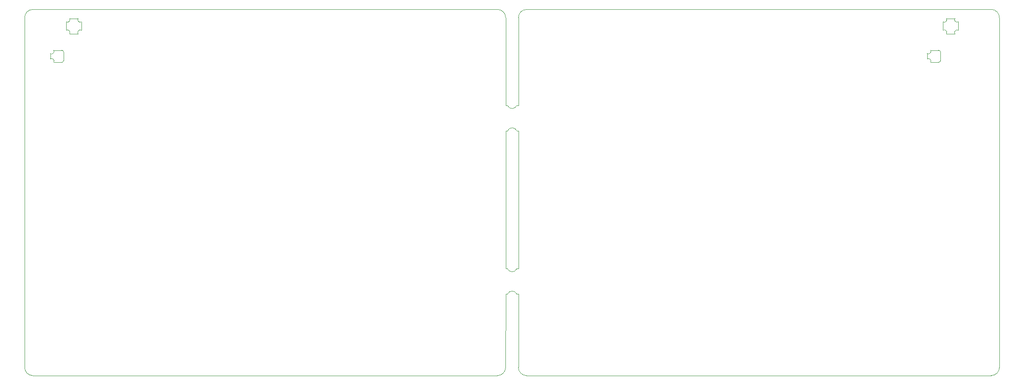
<source format=gbr>
%TF.GenerationSoftware,KiCad,Pcbnew,7.0.2*%
%TF.CreationDate,2023-08-06T16:20:10+02:00*%
%TF.ProjectId,Wizza-xiao,57697a7a-612d-4786-9961-6f2e6b696361,rev?*%
%TF.SameCoordinates,Original*%
%TF.FileFunction,Profile,NP*%
%FSLAX46Y46*%
G04 Gerber Fmt 4.6, Leading zero omitted, Abs format (unit mm)*
G04 Created by KiCad (PCBNEW 7.0.2) date 2023-08-06 16:20:10*
%MOMM*%
%LPD*%
G01*
G04 APERTURE LIST*
%TA.AperFunction,Profile*%
%ADD10C,0.100000*%
%TD*%
%TA.AperFunction,Profile*%
%ADD11C,0.120000*%
%TD*%
G04 APERTURE END LIST*
D10*
X140345215Y-61476264D02*
X140666489Y-61474161D01*
X138123738Y-38853062D02*
G75*
G03*
X136525000Y-37211001I-1625638J16562D01*
G01*
X42154237Y-38805626D02*
X42159483Y-108754703D01*
X140666489Y-61474161D02*
X140665200Y-89037072D01*
X236635224Y-108793314D02*
X236629978Y-38844237D01*
X138122972Y-53485832D02*
X138123664Y-38853061D01*
X138496794Y-94116419D02*
X138126489Y-94116080D01*
X140344063Y-56398132D02*
X140665200Y-56398125D01*
X138126489Y-56398471D02*
X138122972Y-53485832D01*
X140673424Y-38806483D02*
X140665200Y-56398125D01*
X138495637Y-56399342D02*
G75*
G03*
X140344063Y-56398132I923963J381942D01*
G01*
X138495642Y-56399340D02*
X138126489Y-56398471D01*
X140344063Y-89037079D02*
X140665200Y-89037072D01*
X140665822Y-108745879D02*
G75*
G03*
X142264461Y-110387940I1625578J-16621D01*
G01*
X236629961Y-38844237D02*
G75*
G03*
X235031314Y-37202177I-1625561J16637D01*
G01*
X234993163Y-110391961D02*
G75*
G03*
X236635223Y-108793314I16637J1625561D01*
G01*
X140345294Y-61476232D02*
G75*
G03*
X138496795Y-61477472I-923994J-381968D01*
G01*
X43758147Y-110396764D02*
X136473976Y-110391121D01*
X42159498Y-108754703D02*
G75*
G03*
X43758147Y-110396764I1625602J-16597D01*
G01*
X142264461Y-110387940D02*
X234993163Y-110391978D01*
X140345294Y-94115179D02*
G75*
G03*
X138496795Y-94116419I-923994J-381921D01*
G01*
X138496794Y-61477472D02*
X138126489Y-61477133D01*
X142315485Y-37207787D02*
G75*
G03*
X140673425Y-38806483I-16585J-1625613D01*
G01*
X138116037Y-108792457D02*
X138126489Y-94116080D01*
X140345215Y-94115211D02*
X140666489Y-94113108D01*
X138495637Y-89038289D02*
G75*
G03*
X140344063Y-89037079I923963J381989D01*
G01*
X138495642Y-89038287D02*
X138126489Y-89037418D01*
X235031314Y-37202176D02*
X142315485Y-37207819D01*
X136525000Y-37211000D02*
X43796298Y-37206962D01*
X43796299Y-37206898D02*
G75*
G03*
X42154238Y-38805626I-16499J-1625702D01*
G01*
X136473976Y-110391075D02*
G75*
G03*
X138116036Y-108792457I16624J1625575D01*
G01*
X138126489Y-89037418D02*
X138126489Y-61477133D01*
X140666489Y-94113108D02*
X140665797Y-108745879D01*
D11*
%TO.C,U1*%
X222214400Y-47079400D02*
X222214400Y-46038000D01*
X222900200Y-45352200D02*
X224500400Y-45352200D01*
X224500400Y-47765200D02*
X222900200Y-47765200D01*
X224881400Y-45733200D02*
X224881400Y-47384200D01*
X225389400Y-41364400D02*
X225389400Y-39688000D01*
X226075200Y-39002200D02*
X227751600Y-39002200D01*
X226075200Y-42050200D02*
X227751600Y-42050200D01*
X228437400Y-41364400D02*
X228437400Y-39688000D01*
X222900200Y-47765200D02*
G75*
G03*
X222214400Y-47079400I-438047J247753D01*
G01*
X222214400Y-46038000D02*
G75*
G03*
X222900200Y-45352200I247753J438047D01*
G01*
X224881400Y-45733200D02*
G75*
G03*
X224500400Y-45352200I-380999J1D01*
G01*
X224500400Y-47765200D02*
G75*
G03*
X224881400Y-47384200I1J380999D01*
G01*
X226075200Y-42050200D02*
G75*
G03*
X225389400Y-41364400I-438047J247753D01*
G01*
X225389400Y-39688000D02*
G75*
G03*
X226075200Y-39002200I247753J438047D01*
G01*
X228437400Y-41364400D02*
G75*
G03*
X227751600Y-42050200I-247753J-438047D01*
G01*
X227751600Y-39002200D02*
G75*
G03*
X228437400Y-39688000I438050J-247750D01*
G01*
%TO.C,U2*%
X47272600Y-47079400D02*
X47272600Y-46038000D01*
X47958400Y-45352200D02*
X49558600Y-45352200D01*
X49558600Y-47765200D02*
X47958400Y-47765200D01*
X49939600Y-45733200D02*
X49939600Y-47384200D01*
X50447600Y-41364400D02*
X50447600Y-39688000D01*
X51133400Y-39002200D02*
X52809800Y-39002200D01*
X51133400Y-42050200D02*
X52809800Y-42050200D01*
X53495600Y-41364400D02*
X53495600Y-39688000D01*
X47958400Y-47765200D02*
G75*
G03*
X47272600Y-47079400I-438047J247753D01*
G01*
X47272600Y-46038000D02*
G75*
G03*
X47958400Y-45352200I247753J438047D01*
G01*
X49939600Y-45733200D02*
G75*
G03*
X49558600Y-45352200I-380999J1D01*
G01*
X49558600Y-47765200D02*
G75*
G03*
X49939600Y-47384200I1J380999D01*
G01*
X51133400Y-42050200D02*
G75*
G03*
X50447600Y-41364400I-438047J247753D01*
G01*
X50447600Y-39688000D02*
G75*
G03*
X51133400Y-39002200I247753J438047D01*
G01*
X53495600Y-41364400D02*
G75*
G03*
X52809800Y-42050200I-247753J-438047D01*
G01*
X52809800Y-39002200D02*
G75*
G03*
X53495600Y-39688000I438050J-247750D01*
G01*
%TD*%
M02*

</source>
